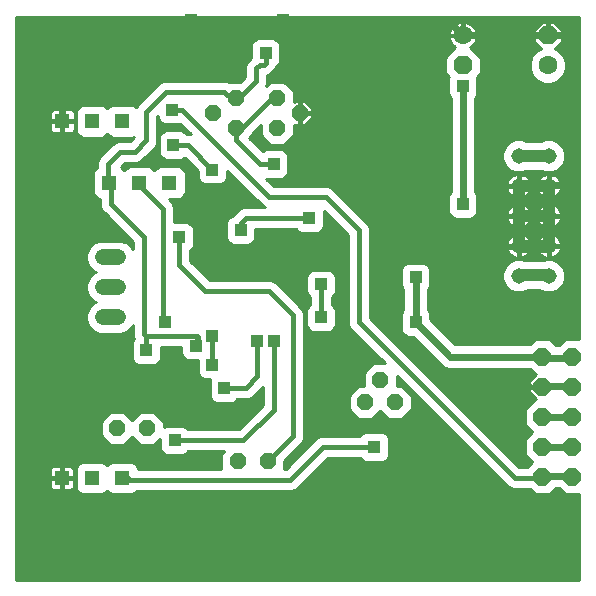
<source format=gbl>
G75*
%MOIN*%
%OFA0B0*%
%FSLAX24Y24*%
%IPPOS*%
%LPD*%
%AMOC8*
5,1,8,0,0,1.08239X$1,22.5*
%
%ADD10R,0.0515X0.0515*%
%ADD11OC8,0.0520*%
%ADD12C,0.0520*%
%ADD13C,0.0515*%
%ADD14OC8,0.0600*%
%ADD15OC8,0.0630*%
%ADD16C,0.0630*%
%ADD17C,0.0160*%
%ADD18R,0.0396X0.0396*%
%ADD19C,0.0400*%
%ADD20C,0.0240*%
%ADD21C,0.0100*%
%ADD22R,0.0436X0.0436*%
D10*
X002523Y004110D03*
X003523Y004110D03*
X004523Y004110D03*
X004098Y013952D03*
X005098Y013952D03*
X006098Y013952D03*
X004535Y016003D03*
X003535Y016003D03*
X002535Y016003D03*
D11*
X007569Y016271D03*
X008319Y016771D03*
X008319Y015771D03*
X009700Y015771D03*
X010450Y016271D03*
X009700Y016771D03*
X013130Y007379D03*
X013630Y006629D03*
X012630Y006629D03*
X009378Y004661D03*
X008378Y004661D03*
X005362Y005763D03*
X004362Y005763D03*
D12*
X004397Y009472D02*
X003877Y009472D01*
X003877Y010472D02*
X004397Y010472D01*
X004397Y011472D02*
X003877Y011472D01*
D13*
X017748Y011850D03*
X017748Y010850D03*
X018748Y010850D03*
X018748Y011850D03*
X018748Y012850D03*
X018748Y013850D03*
X018748Y014850D03*
X017748Y014850D03*
X017748Y013850D03*
X017748Y012850D03*
D14*
X018535Y008157D03*
X019535Y008157D03*
X019535Y007157D03*
X018535Y007157D03*
X018535Y006157D03*
X019535Y006157D03*
X019535Y005157D03*
X018535Y005157D03*
X018535Y004157D03*
X019535Y004157D03*
D15*
X015886Y017862D03*
X018720Y018862D03*
D16*
X018720Y017862D03*
X015886Y018862D03*
D17*
X011319Y013480D02*
X012421Y012377D01*
X012421Y009306D01*
X017618Y004110D01*
X018488Y004110D01*
X018535Y004157D01*
X018535Y007157D02*
X015279Y007157D01*
X013523Y008913D01*
X013523Y009306D01*
X011161Y009464D02*
X011161Y010566D01*
X010216Y009543D02*
X009429Y010330D01*
X007303Y010330D01*
X006437Y011196D01*
X006437Y012141D01*
X005886Y013086D02*
X005886Y009385D01*
X005964Y009306D01*
X005334Y008834D02*
X005334Y008362D01*
X005334Y008834D02*
X007027Y008834D01*
X007067Y008795D01*
X006988Y008519D01*
X007539Y008834D02*
X007539Y007889D01*
X007933Y007102D02*
X008641Y007102D01*
X009035Y007495D01*
X009035Y008676D01*
X009586Y008676D02*
X009586Y006393D01*
X008563Y005369D01*
X006279Y005369D01*
X004789Y004051D02*
X004731Y004110D01*
X004789Y004051D02*
X010131Y004051D01*
X011231Y005151D01*
X012931Y005151D01*
X010216Y005499D02*
X010216Y009543D01*
X008484Y012377D02*
X008484Y012613D01*
X008641Y012771D01*
X010767Y012771D01*
X011319Y013480D02*
X009429Y013480D01*
X006515Y016393D01*
X006200Y016393D01*
X006004Y016984D02*
X005334Y016314D01*
X005334Y015369D01*
X004941Y014976D01*
X004468Y014976D01*
X004074Y014582D01*
X004074Y013976D01*
X004098Y013952D01*
X004153Y013897D01*
X004153Y013243D01*
X005256Y012141D01*
X005256Y008913D01*
X005334Y008834D01*
X009378Y004661D02*
X010216Y005499D01*
X016023Y011629D02*
X016988Y011629D01*
X016988Y011747D01*
X017067Y011826D01*
X017724Y011826D01*
X017748Y011850D01*
X016023Y011629D02*
X015807Y011846D01*
X015807Y012141D01*
X015098Y012850D01*
X013208Y012850D01*
X009586Y014582D02*
X009114Y014582D01*
X008326Y015369D01*
X008326Y015763D01*
X008319Y015771D01*
X008531Y015771D01*
X009468Y016708D01*
X009637Y016708D01*
X009700Y016771D01*
X008996Y017338D02*
X008996Y017771D01*
X009114Y017889D01*
X009260Y017889D01*
X009319Y017948D01*
X009319Y018275D01*
X009311Y018283D01*
X008996Y017338D02*
X008429Y016771D01*
X008319Y016771D01*
X008145Y016771D01*
X007933Y016984D01*
X006004Y016984D01*
X006240Y015212D02*
X006712Y015212D01*
X007539Y014385D01*
X005886Y013086D02*
X005098Y013873D01*
X005098Y013952D01*
D18*
X006240Y015212D03*
X006200Y016393D03*
X007539Y014385D03*
X009586Y014582D03*
X010767Y012771D03*
X011161Y010566D03*
X011161Y009464D03*
X009586Y008676D03*
X009035Y008676D03*
X007539Y008834D03*
X006988Y008519D03*
X007539Y007889D03*
X007933Y007102D03*
X006279Y005369D03*
X005334Y008362D03*
X005964Y009306D03*
X006437Y012141D03*
X008484Y012377D03*
X013208Y012850D03*
X014311Y010802D03*
X014311Y009306D03*
X013523Y009306D03*
X015886Y013243D03*
X015886Y017180D03*
X009901Y019385D03*
X009311Y018283D03*
X006830Y019385D03*
D19*
X017748Y014850D02*
X018748Y014850D01*
X018748Y013850D02*
X017748Y013850D01*
X017748Y012850D01*
X017748Y011850D01*
X018720Y011850D01*
X018720Y011826D01*
X017775Y011826D01*
X017775Y010881D02*
X018641Y010881D01*
X018748Y011850D02*
X018748Y012850D01*
X018760Y012850D01*
X018748Y012850D02*
X017748Y012850D01*
X018748Y012850D02*
X018748Y013850D01*
D20*
X018771Y013873D01*
X019350Y013873D01*
X019665Y014188D01*
X019665Y018519D01*
X019323Y018862D01*
X015886Y018862D01*
X015362Y019385D01*
X009901Y019385D01*
X006830Y019385D01*
X002815Y019385D01*
X002535Y019106D01*
X002535Y016003D01*
X014311Y010802D02*
X014311Y009306D01*
X015460Y008157D01*
X018535Y008157D01*
X018563Y008125D02*
X019508Y008125D01*
X019508Y007180D02*
X018563Y007180D01*
X018563Y006157D02*
X019508Y006157D01*
X019508Y005133D02*
X018563Y005133D01*
X018641Y004188D02*
X019429Y004188D01*
X015886Y013243D02*
X015886Y017180D01*
X015886Y018862D02*
X018720Y018862D01*
D21*
X000981Y019486D02*
X000981Y000701D01*
X019766Y000701D01*
X019766Y003567D01*
X019291Y003567D01*
X019079Y003778D01*
X018991Y003778D01*
X018780Y003567D01*
X018291Y003567D01*
X018118Y003740D01*
X017544Y003740D01*
X017408Y003796D01*
X017304Y003900D01*
X013680Y007524D01*
X013680Y007179D01*
X013857Y007179D01*
X014180Y006857D01*
X014180Y006401D01*
X013857Y006079D01*
X013402Y006079D01*
X013130Y006351D01*
X012857Y006079D01*
X012402Y006079D01*
X012080Y006401D01*
X012080Y006857D01*
X012402Y007179D01*
X012580Y007179D01*
X012580Y007607D01*
X012902Y007929D01*
X013275Y007929D01*
X012107Y009097D01*
X012051Y009233D01*
X012051Y012224D01*
X011256Y013019D01*
X011256Y012515D01*
X011211Y012409D01*
X011130Y012327D01*
X011023Y012283D01*
X010512Y012283D01*
X010405Y012327D01*
X010331Y012401D01*
X008972Y012401D01*
X008972Y012121D01*
X008928Y012015D01*
X008846Y011933D01*
X008740Y011889D01*
X008228Y011889D01*
X008122Y011933D01*
X008040Y012015D01*
X007996Y012121D01*
X007996Y012633D01*
X008040Y012740D01*
X008122Y012821D01*
X008202Y012854D01*
X008328Y012981D01*
X008432Y013085D01*
X008568Y013141D01*
X009280Y013141D01*
X009219Y013166D01*
X009115Y013270D01*
X009115Y013270D01*
X008027Y014358D01*
X008027Y014129D01*
X007983Y014023D01*
X007901Y013941D01*
X007795Y013897D01*
X007283Y013897D01*
X007177Y013941D01*
X007095Y014023D01*
X007051Y014129D01*
X007051Y014350D01*
X006618Y014783D01*
X006602Y014768D01*
X006496Y014724D01*
X005984Y014724D01*
X005877Y014768D01*
X005796Y014850D01*
X005752Y014956D01*
X005752Y015468D01*
X005796Y015574D01*
X005877Y015656D01*
X005984Y015700D01*
X006496Y015700D01*
X006602Y015656D01*
X006676Y015582D01*
X006786Y015582D01*
X006816Y015570D01*
X006473Y015912D01*
X006456Y015905D01*
X005945Y015905D01*
X005838Y015949D01*
X005757Y016031D01*
X005712Y016137D01*
X005712Y016169D01*
X005704Y016161D01*
X005704Y015296D01*
X005648Y015160D01*
X005254Y014766D01*
X005150Y014662D01*
X005014Y014606D01*
X004621Y014606D01*
X004485Y014470D01*
X004520Y014455D01*
X004598Y014377D01*
X004676Y014455D01*
X004783Y014500D01*
X005413Y014500D01*
X005520Y014455D01*
X005598Y014377D01*
X005676Y014455D01*
X005783Y014500D01*
X006413Y014500D01*
X006520Y014455D01*
X006601Y014374D01*
X006646Y014267D01*
X006646Y013637D01*
X006601Y013530D01*
X006520Y013449D01*
X006413Y013405D01*
X006090Y013405D01*
X006095Y013400D01*
X006199Y013296D01*
X006256Y013160D01*
X006256Y012629D01*
X006692Y012629D01*
X006799Y012585D01*
X006881Y012503D01*
X006925Y012397D01*
X006925Y011885D01*
X006881Y011779D01*
X006807Y011705D01*
X006807Y011349D01*
X007456Y010700D01*
X009502Y010700D01*
X009638Y010644D01*
X009742Y010540D01*
X010530Y009752D01*
X010586Y009616D01*
X010586Y005426D01*
X010530Y005290D01*
X010426Y005186D01*
X009928Y004687D01*
X009928Y004433D01*
X009916Y004421D01*
X009978Y004421D01*
X011022Y005465D01*
X011158Y005521D01*
X012463Y005521D01*
X012468Y005533D01*
X012549Y005615D01*
X012656Y005659D01*
X013207Y005659D01*
X013313Y005615D01*
X013395Y005533D01*
X013439Y005427D01*
X013439Y004876D01*
X013395Y004769D01*
X013313Y004688D01*
X013207Y004643D01*
X012656Y004643D01*
X012549Y004688D01*
X012468Y004769D01*
X012463Y004781D01*
X011384Y004781D01*
X010445Y003842D01*
X010341Y003738D01*
X010205Y003681D01*
X005020Y003681D01*
X004945Y003606D01*
X004838Y003562D01*
X004208Y003562D01*
X004102Y003606D01*
X004023Y003684D01*
X003945Y003606D01*
X003838Y003562D01*
X003208Y003562D01*
X003102Y003606D01*
X003020Y003688D01*
X002976Y003794D01*
X002976Y004425D01*
X003020Y004531D01*
X003102Y004613D01*
X003208Y004657D01*
X003838Y004657D01*
X003945Y004613D01*
X004023Y004535D01*
X004102Y004613D01*
X004208Y004657D01*
X004838Y004657D01*
X004945Y004613D01*
X005027Y004531D01*
X005071Y004425D01*
X005071Y004421D01*
X007839Y004421D01*
X007828Y004433D01*
X007828Y004889D01*
X007938Y004999D01*
X006716Y004999D01*
X006642Y004925D01*
X006535Y004881D01*
X006023Y004881D01*
X005917Y004925D01*
X005835Y005007D01*
X005791Y005114D01*
X005791Y005414D01*
X005590Y005213D01*
X005134Y005213D01*
X004862Y005485D01*
X004590Y005213D01*
X004134Y005213D01*
X003812Y005535D01*
X003812Y005991D01*
X004134Y006313D01*
X004590Y006313D01*
X004862Y006041D01*
X005134Y006313D01*
X005590Y006313D01*
X005912Y005991D01*
X005912Y005808D01*
X005917Y005813D01*
X006023Y005857D01*
X006535Y005857D01*
X006642Y005813D01*
X006716Y005739D01*
X008409Y005739D01*
X009216Y006546D01*
X009216Y007153D01*
X008955Y006892D01*
X008851Y006788D01*
X008715Y006732D01*
X008369Y006732D01*
X008295Y006658D01*
X008189Y006614D01*
X007677Y006614D01*
X007570Y006658D01*
X007489Y006739D01*
X007445Y006846D01*
X007445Y007357D01*
X007463Y007401D01*
X007283Y007401D01*
X007177Y007445D01*
X007095Y007527D01*
X007051Y007633D01*
X007051Y008031D01*
X006732Y008031D01*
X006625Y008075D01*
X006544Y008157D01*
X006500Y008263D01*
X006500Y008464D01*
X005822Y008464D01*
X005822Y008106D01*
X005778Y007999D01*
X005697Y007918D01*
X005590Y007873D01*
X005079Y007873D01*
X004972Y007918D01*
X004890Y007999D01*
X004846Y008106D01*
X004846Y008617D01*
X004890Y008724D01*
X004921Y008754D01*
X004886Y008839D01*
X004886Y009213D01*
X004864Y009160D01*
X004709Y009005D01*
X004507Y008922D01*
X003768Y008922D01*
X003566Y009005D01*
X003411Y009160D01*
X003327Y009362D01*
X003327Y009581D01*
X003411Y009783D01*
X003566Y009938D01*
X003647Y009972D01*
X003566Y010005D01*
X003411Y010160D01*
X003327Y010362D01*
X003327Y010581D01*
X003411Y010783D01*
X003566Y010938D01*
X003647Y010972D01*
X003566Y011005D01*
X003411Y011160D01*
X003327Y011362D01*
X003327Y011581D01*
X003411Y011783D01*
X003566Y011938D01*
X003768Y012022D01*
X004507Y012022D01*
X004709Y011938D01*
X004864Y011783D01*
X004886Y011731D01*
X004886Y011988D01*
X003944Y012930D01*
X003840Y013034D01*
X003783Y013170D01*
X003783Y013405D01*
X003783Y013405D01*
X003676Y013449D01*
X003595Y013530D01*
X003551Y013637D01*
X003551Y014267D01*
X003595Y014374D01*
X003676Y014455D01*
X003704Y014467D01*
X003704Y014656D01*
X003761Y014792D01*
X003865Y014896D01*
X004259Y015289D01*
X004395Y015346D01*
X004787Y015346D01*
X004931Y015489D01*
X004850Y015456D01*
X004220Y015456D01*
X004113Y015500D01*
X004035Y015578D01*
X003957Y015500D01*
X003850Y015456D01*
X003220Y015456D01*
X003113Y015500D01*
X003032Y015581D01*
X002988Y015688D01*
X002988Y016318D01*
X003032Y016425D01*
X003113Y016507D01*
X003220Y016551D01*
X003850Y016551D01*
X003957Y016507D01*
X004035Y016428D01*
X004113Y016507D01*
X004220Y016551D01*
X004850Y016551D01*
X004957Y016507D01*
X004997Y016467D01*
X005021Y016524D01*
X005125Y016628D01*
X005125Y016628D01*
X005794Y017297D01*
X005930Y017354D01*
X008006Y017354D01*
X008089Y017319D01*
X008091Y017321D01*
X008456Y017321D01*
X008626Y017491D01*
X008626Y017845D01*
X008682Y017981D01*
X008823Y018121D01*
X008823Y018539D01*
X008867Y018645D01*
X008948Y018727D01*
X009055Y018771D01*
X009567Y018771D01*
X009673Y018727D01*
X009755Y018645D01*
X009799Y018539D01*
X009799Y018027D01*
X009755Y017920D01*
X009674Y017840D01*
X009632Y017739D01*
X009528Y017634D01*
X009528Y017634D01*
X009469Y017575D01*
X009366Y017533D01*
X009366Y017264D01*
X009330Y017179D01*
X009473Y017321D01*
X009928Y017321D01*
X010250Y016999D01*
X010250Y016651D01*
X010281Y016681D01*
X010420Y016681D01*
X010420Y016301D01*
X010480Y016301D01*
X010480Y016681D01*
X010620Y016681D01*
X010860Y016441D01*
X010860Y016301D01*
X010480Y016301D01*
X010480Y016241D01*
X010480Y015861D01*
X010620Y015861D01*
X010860Y016101D01*
X010860Y016241D01*
X010480Y016241D01*
X010420Y016241D01*
X010420Y015861D01*
X010281Y015861D01*
X010250Y015891D01*
X010250Y015543D01*
X009928Y015221D01*
X009473Y015221D01*
X009150Y015543D01*
X009150Y015867D01*
X008869Y015585D01*
X008869Y015543D01*
X008772Y015447D01*
X009209Y015011D01*
X009224Y015026D01*
X009331Y015070D01*
X009842Y015070D01*
X009949Y015026D01*
X010030Y014944D01*
X010074Y014838D01*
X010074Y014326D01*
X010030Y014220D01*
X009949Y014138D01*
X009842Y014094D01*
X009338Y014094D01*
X009582Y013850D01*
X011392Y013850D01*
X011528Y013793D01*
X012631Y012691D01*
X012735Y012587D01*
X012791Y012451D01*
X012791Y009460D01*
X017771Y004480D01*
X018023Y004480D01*
X018201Y004657D01*
X017945Y004912D01*
X017945Y005401D01*
X018201Y005657D01*
X017945Y005912D01*
X017945Y006401D01*
X018291Y006747D01*
X018309Y006747D01*
X018085Y006970D01*
X018085Y007107D01*
X018153Y007107D01*
X018153Y007207D01*
X018085Y007207D01*
X018085Y007343D01*
X018309Y007567D01*
X018291Y007567D01*
X018111Y007747D01*
X015379Y007747D01*
X015228Y007809D01*
X014219Y008818D01*
X014055Y008818D01*
X013948Y008862D01*
X013867Y008944D01*
X013823Y009051D01*
X013823Y009562D01*
X013867Y009669D01*
X013901Y009703D01*
X013901Y010406D01*
X013867Y010440D01*
X013823Y010547D01*
X013823Y011058D01*
X013867Y011165D01*
X013948Y011246D01*
X014055Y011291D01*
X014567Y011291D01*
X014673Y011246D01*
X014755Y011165D01*
X014799Y011058D01*
X014799Y010547D01*
X014755Y010440D01*
X014721Y010406D01*
X014721Y009703D01*
X014755Y009669D01*
X014799Y009562D01*
X014799Y009398D01*
X015630Y008567D01*
X018111Y008567D01*
X018291Y008747D01*
X018780Y008747D01*
X018991Y008535D01*
X019079Y008535D01*
X019291Y008747D01*
X019766Y008747D01*
X019766Y019486D01*
X000981Y019486D01*
X000981Y019459D02*
X019766Y019459D01*
X019766Y019360D02*
X000981Y019360D01*
X000981Y019262D02*
X015647Y019262D01*
X015642Y019259D02*
X015583Y019216D01*
X015531Y019164D01*
X015488Y019105D01*
X015455Y019040D01*
X015432Y018970D01*
X015421Y018898D01*
X015421Y018892D01*
X015856Y018892D01*
X015856Y019327D01*
X015849Y019327D01*
X015777Y019315D01*
X015707Y019292D01*
X015642Y019259D01*
X015530Y019163D02*
X000981Y019163D01*
X000981Y019065D02*
X015467Y019065D01*
X015431Y018966D02*
X000981Y018966D01*
X000981Y018868D02*
X015856Y018868D01*
X015856Y018892D02*
X015856Y018832D01*
X015421Y018832D01*
X015421Y018825D01*
X015432Y018753D01*
X015455Y018683D01*
X015488Y018618D01*
X015531Y018559D01*
X015583Y018507D01*
X015638Y018467D01*
X015635Y018467D01*
X015281Y018112D01*
X015281Y017611D01*
X015414Y017477D01*
X015397Y017436D01*
X015397Y016925D01*
X015442Y016818D01*
X015476Y016784D01*
X015476Y013640D01*
X015442Y013606D01*
X015397Y013499D01*
X015397Y012988D01*
X015442Y012881D01*
X015523Y012799D01*
X015630Y012755D01*
X016141Y012755D01*
X016248Y012799D01*
X016329Y012881D01*
X016374Y012988D01*
X016374Y013499D01*
X016329Y013606D01*
X016296Y013640D01*
X016296Y016784D01*
X016329Y016818D01*
X016374Y016925D01*
X016374Y017436D01*
X016357Y017477D01*
X016491Y017611D01*
X016491Y018112D01*
X016136Y018467D01*
X016133Y018467D01*
X016188Y018507D01*
X016240Y018559D01*
X016283Y018618D01*
X016316Y018683D01*
X016339Y018753D01*
X016351Y018825D01*
X016351Y018832D01*
X015916Y018832D01*
X015916Y018892D01*
X016351Y018892D01*
X016351Y018898D01*
X016339Y018970D01*
X016316Y019040D01*
X016283Y019105D01*
X016240Y019164D01*
X016188Y019216D01*
X016129Y019259D01*
X016064Y019292D01*
X015994Y019315D01*
X015922Y019327D01*
X015916Y019327D01*
X015916Y018892D01*
X015856Y018892D01*
X015916Y018868D02*
X018690Y018868D01*
X018690Y018892D02*
X018690Y018832D01*
X018255Y018832D01*
X018255Y018669D01*
X018499Y018425D01*
X018377Y018374D01*
X018207Y018204D01*
X018115Y017982D01*
X018115Y017741D01*
X018207Y017519D01*
X018377Y017349D01*
X018600Y017257D01*
X018840Y017257D01*
X019063Y017349D01*
X019233Y017519D01*
X019325Y017741D01*
X019325Y017982D01*
X019233Y018204D01*
X019063Y018374D01*
X018941Y018425D01*
X019185Y018669D01*
X019185Y018832D01*
X018750Y018832D01*
X018750Y018892D01*
X018690Y018892D01*
X018690Y019327D01*
X018528Y019327D01*
X018255Y019054D01*
X018255Y018892D01*
X018690Y018892D01*
X018750Y018892D02*
X018750Y019327D01*
X018913Y019327D01*
X019185Y019054D01*
X019185Y018892D01*
X018750Y018892D01*
X018750Y018868D02*
X019766Y018868D01*
X019766Y018966D02*
X019185Y018966D01*
X019174Y019065D02*
X019766Y019065D01*
X019766Y019163D02*
X019076Y019163D01*
X018977Y019262D02*
X019766Y019262D01*
X019766Y018769D02*
X019185Y018769D01*
X019185Y018671D02*
X019766Y018671D01*
X019766Y018572D02*
X019089Y018572D01*
X018990Y018474D02*
X019766Y018474D01*
X019766Y018375D02*
X019061Y018375D01*
X019160Y018277D02*
X019766Y018277D01*
X019766Y018178D02*
X019244Y018178D01*
X019285Y018080D02*
X019766Y018080D01*
X019766Y017981D02*
X019325Y017981D01*
X019325Y017883D02*
X019766Y017883D01*
X019766Y017784D02*
X019325Y017784D01*
X019302Y017686D02*
X019766Y017686D01*
X019766Y017587D02*
X019261Y017587D01*
X019203Y017489D02*
X019766Y017489D01*
X019766Y017390D02*
X019105Y017390D01*
X018926Y017292D02*
X019766Y017292D01*
X019766Y017193D02*
X016374Y017193D01*
X016374Y017095D02*
X019766Y017095D01*
X019766Y016996D02*
X016374Y016996D01*
X016363Y016898D02*
X019766Y016898D01*
X019766Y016799D02*
X016311Y016799D01*
X016296Y016701D02*
X019766Y016701D01*
X019766Y016602D02*
X016296Y016602D01*
X016296Y016504D02*
X019766Y016504D01*
X019766Y016405D02*
X016296Y016405D01*
X016296Y016307D02*
X019766Y016307D01*
X019766Y016208D02*
X016296Y016208D01*
X016296Y016110D02*
X019766Y016110D01*
X019766Y016011D02*
X016296Y016011D01*
X016296Y015913D02*
X019766Y015913D01*
X019766Y015814D02*
X016296Y015814D01*
X016296Y015716D02*
X019766Y015716D01*
X019766Y015617D02*
X016296Y015617D01*
X016296Y015519D02*
X019766Y015519D01*
X019766Y015420D02*
X016296Y015420D01*
X016296Y015322D02*
X017457Y015322D01*
X017438Y015314D02*
X017284Y015160D01*
X017200Y014959D01*
X017200Y014741D01*
X017284Y014540D01*
X017438Y014386D01*
X017639Y014302D01*
X017857Y014302D01*
X017995Y014360D01*
X018500Y014360D01*
X018639Y014302D01*
X018857Y014302D01*
X019058Y014386D01*
X019212Y014540D01*
X019295Y014741D01*
X019295Y014959D01*
X019212Y015160D01*
X019058Y015314D01*
X018857Y015397D01*
X018639Y015397D01*
X018500Y015340D01*
X017995Y015340D01*
X017857Y015397D01*
X017639Y015397D01*
X017438Y015314D01*
X017347Y015223D02*
X016296Y015223D01*
X016296Y015125D02*
X017269Y015125D01*
X017228Y015026D02*
X016296Y015026D01*
X016296Y014928D02*
X017200Y014928D01*
X017200Y014829D02*
X016296Y014829D01*
X016296Y014731D02*
X017204Y014731D01*
X017245Y014632D02*
X016296Y014632D01*
X016296Y014534D02*
X017289Y014534D01*
X017388Y014435D02*
X016296Y014435D01*
X016296Y014337D02*
X017555Y014337D01*
X017591Y014227D02*
X017534Y014198D01*
X017482Y014161D01*
X017437Y014115D01*
X017399Y014063D01*
X017370Y014006D01*
X017350Y013945D01*
X017340Y013882D01*
X017340Y013878D01*
X017719Y013878D01*
X017719Y013821D01*
X017340Y013821D01*
X017340Y013818D01*
X017350Y013754D01*
X017370Y013693D01*
X017399Y013636D01*
X017437Y013584D01*
X017482Y013539D01*
X017534Y013501D01*
X017591Y013472D01*
X017652Y013452D01*
X017716Y013442D01*
X017719Y013442D01*
X017719Y013821D01*
X017776Y013821D01*
X017776Y013442D01*
X017780Y013442D01*
X017843Y013452D01*
X017904Y013472D01*
X017961Y013501D01*
X018013Y013539D01*
X018059Y013584D01*
X018096Y013636D01*
X018125Y013693D01*
X018145Y013754D01*
X018155Y013818D01*
X018155Y013821D01*
X017776Y013821D01*
X017776Y013878D01*
X018155Y013878D01*
X018155Y013882D01*
X018145Y013945D01*
X018125Y014006D01*
X018096Y014063D01*
X018059Y014115D01*
X018013Y014161D01*
X017961Y014198D01*
X017904Y014227D01*
X017843Y014247D01*
X017780Y014257D01*
X017776Y014257D01*
X017776Y013878D01*
X017719Y013878D01*
X017719Y014257D01*
X017716Y014257D01*
X017652Y014247D01*
X017591Y014227D01*
X017625Y014238D02*
X016296Y014238D01*
X016296Y014140D02*
X017462Y014140D01*
X017388Y014041D02*
X016296Y014041D01*
X016296Y013943D02*
X017350Y013943D01*
X017353Y013746D02*
X016296Y013746D01*
X016296Y013844D02*
X017719Y013844D01*
X017776Y013844D02*
X018719Y013844D01*
X018719Y013821D02*
X018340Y013821D01*
X018340Y013818D01*
X018350Y013754D01*
X018370Y013693D01*
X018399Y013636D01*
X018437Y013584D01*
X018482Y013539D01*
X018534Y013501D01*
X018591Y013472D01*
X018652Y013452D01*
X018716Y013442D01*
X018719Y013442D01*
X018719Y013821D01*
X018719Y013878D01*
X018340Y013878D01*
X018340Y013882D01*
X018350Y013945D01*
X018370Y014006D01*
X018399Y014063D01*
X018437Y014115D01*
X018482Y014161D01*
X018534Y014198D01*
X018591Y014227D01*
X018652Y014247D01*
X018716Y014257D01*
X018719Y014257D01*
X018719Y013878D01*
X018776Y013878D01*
X019155Y013878D01*
X019155Y013882D01*
X019145Y013945D01*
X019125Y014006D01*
X019096Y014063D01*
X019059Y014115D01*
X019013Y014161D01*
X018961Y014198D01*
X018904Y014227D01*
X018843Y014247D01*
X018780Y014257D01*
X018776Y014257D01*
X018776Y013878D01*
X018776Y013821D01*
X018776Y013442D01*
X018780Y013442D01*
X018843Y013452D01*
X018904Y013472D01*
X018961Y013501D01*
X019013Y013539D01*
X019059Y013584D01*
X019096Y013636D01*
X019125Y013693D01*
X019145Y013754D01*
X019155Y013818D01*
X019155Y013821D01*
X018776Y013821D01*
X018719Y013821D01*
X018776Y013844D02*
X019766Y013844D01*
X019766Y013746D02*
X019142Y013746D01*
X019102Y013647D02*
X019766Y013647D01*
X019766Y013549D02*
X019023Y013549D01*
X018831Y013450D02*
X019766Y013450D01*
X019766Y013352D02*
X016374Y013352D01*
X016374Y013450D02*
X017665Y013450D01*
X017719Y013450D02*
X017776Y013450D01*
X017831Y013450D02*
X018665Y013450D01*
X018719Y013450D02*
X018776Y013450D01*
X018776Y013549D02*
X018719Y013549D01*
X018719Y013647D02*
X018776Y013647D01*
X018776Y013746D02*
X018719Y013746D01*
X018719Y013943D02*
X018776Y013943D01*
X018776Y014041D02*
X018719Y014041D01*
X018719Y014140D02*
X018776Y014140D01*
X018776Y014238D02*
X018719Y014238D01*
X018625Y014238D02*
X017870Y014238D01*
X017776Y014238D02*
X017719Y014238D01*
X017719Y014140D02*
X017776Y014140D01*
X017776Y014041D02*
X017719Y014041D01*
X017719Y013943D02*
X017776Y013943D01*
X017776Y013746D02*
X017719Y013746D01*
X017719Y013647D02*
X017776Y013647D01*
X017776Y013549D02*
X017719Y013549D01*
X017472Y013549D02*
X016353Y013549D01*
X016296Y013647D02*
X017394Y013647D01*
X017652Y013247D02*
X017716Y013257D01*
X017719Y013257D01*
X017719Y012878D01*
X017719Y012821D01*
X017340Y012821D01*
X017340Y012818D01*
X017350Y012754D01*
X017370Y012693D01*
X017399Y012636D01*
X017437Y012584D01*
X017482Y012539D01*
X017534Y012501D01*
X017591Y012472D01*
X017652Y012452D01*
X017716Y012442D01*
X017719Y012442D01*
X017719Y012821D01*
X017776Y012821D01*
X017776Y012442D01*
X017780Y012442D01*
X017843Y012452D01*
X017904Y012472D01*
X017961Y012501D01*
X018013Y012539D01*
X018059Y012584D01*
X018096Y012636D01*
X018125Y012693D01*
X018145Y012754D01*
X018155Y012818D01*
X018155Y012821D01*
X017776Y012821D01*
X017776Y012878D01*
X018155Y012878D01*
X018155Y012882D01*
X018145Y012945D01*
X018125Y013006D01*
X018096Y013063D01*
X018059Y013115D01*
X018013Y013161D01*
X017961Y013198D01*
X017904Y013227D01*
X017843Y013247D01*
X017780Y013257D01*
X017776Y013257D01*
X017776Y012878D01*
X017719Y012878D01*
X017340Y012878D01*
X017340Y012882D01*
X017350Y012945D01*
X017370Y013006D01*
X017399Y013063D01*
X017437Y013115D01*
X017482Y013161D01*
X017534Y013198D01*
X017591Y013227D01*
X017652Y013247D01*
X017691Y013253D02*
X016374Y013253D01*
X016374Y013155D02*
X017477Y013155D01*
X017396Y013056D02*
X016374Y013056D01*
X016361Y012958D02*
X017354Y012958D01*
X017349Y012761D02*
X016155Y012761D01*
X016308Y012859D02*
X017719Y012859D01*
X017776Y012859D02*
X018719Y012859D01*
X018719Y012878D02*
X018719Y012821D01*
X018340Y012821D01*
X018340Y012818D01*
X018350Y012754D01*
X018370Y012693D01*
X018399Y012636D01*
X018437Y012584D01*
X018482Y012539D01*
X018534Y012501D01*
X018591Y012472D01*
X018652Y012452D01*
X018716Y012442D01*
X018719Y012442D01*
X018719Y012821D01*
X018776Y012821D01*
X018776Y012442D01*
X018780Y012442D01*
X018843Y012452D01*
X018904Y012472D01*
X018961Y012501D01*
X019013Y012539D01*
X019059Y012584D01*
X019096Y012636D01*
X019125Y012693D01*
X019145Y012754D01*
X019155Y012818D01*
X019155Y012821D01*
X018776Y012821D01*
X018776Y012878D01*
X019155Y012878D01*
X019155Y012882D01*
X019145Y012945D01*
X019125Y013006D01*
X019096Y013063D01*
X019059Y013115D01*
X019013Y013161D01*
X018961Y013198D01*
X018904Y013227D01*
X018843Y013247D01*
X018780Y013257D01*
X018776Y013257D01*
X018776Y012878D01*
X018719Y012878D01*
X018340Y012878D01*
X018340Y012882D01*
X018350Y012945D01*
X018370Y013006D01*
X018399Y013063D01*
X018437Y013115D01*
X018482Y013161D01*
X018534Y013198D01*
X018591Y013227D01*
X018652Y013247D01*
X018716Y013257D01*
X018719Y013257D01*
X018719Y012878D01*
X018776Y012859D02*
X019766Y012859D01*
X019766Y012761D02*
X019146Y012761D01*
X019110Y012662D02*
X019766Y012662D01*
X019766Y012564D02*
X019038Y012564D01*
X018883Y012465D02*
X019766Y012465D01*
X019766Y012367D02*
X012791Y012367D01*
X012785Y012465D02*
X017612Y012465D01*
X017719Y012465D02*
X017776Y012465D01*
X017776Y012564D02*
X017719Y012564D01*
X017719Y012662D02*
X017776Y012662D01*
X017776Y012761D02*
X017719Y012761D01*
X017719Y012958D02*
X017776Y012958D01*
X017776Y013056D02*
X017719Y013056D01*
X017719Y013155D02*
X017776Y013155D01*
X017776Y013253D02*
X017719Y013253D01*
X017804Y013253D02*
X018691Y013253D01*
X018719Y013253D02*
X018776Y013253D01*
X018804Y013253D02*
X019766Y013253D01*
X019766Y013155D02*
X019019Y013155D01*
X019100Y013056D02*
X019766Y013056D01*
X019766Y012958D02*
X019141Y012958D01*
X018776Y012958D02*
X018719Y012958D01*
X018719Y013056D02*
X018776Y013056D01*
X018776Y013155D02*
X018719Y013155D01*
X018477Y013155D02*
X018019Y013155D01*
X018100Y013056D02*
X018396Y013056D01*
X018354Y012958D02*
X018141Y012958D01*
X018146Y012761D02*
X018349Y012761D01*
X018386Y012662D02*
X018110Y012662D01*
X018038Y012564D02*
X018457Y012564D01*
X018612Y012465D02*
X017883Y012465D01*
X017843Y012247D02*
X017780Y012257D01*
X017776Y012257D01*
X017776Y011878D01*
X018155Y011878D01*
X018155Y011882D01*
X018145Y011945D01*
X018125Y012006D01*
X018096Y012063D01*
X018059Y012115D01*
X018013Y012161D01*
X017961Y012198D01*
X017904Y012227D01*
X017843Y012247D01*
X017776Y012170D02*
X017719Y012170D01*
X017719Y012257D02*
X017719Y011878D01*
X017719Y011821D01*
X017340Y011821D01*
X017340Y011818D01*
X017350Y011754D01*
X017370Y011693D01*
X017399Y011636D01*
X017437Y011584D01*
X017482Y011539D01*
X017534Y011501D01*
X017591Y011472D01*
X017652Y011452D01*
X017716Y011442D01*
X017719Y011442D01*
X017719Y011821D01*
X017776Y011821D01*
X017776Y011442D01*
X017780Y011442D01*
X017843Y011452D01*
X017904Y011472D01*
X017961Y011501D01*
X018013Y011539D01*
X018059Y011584D01*
X018096Y011636D01*
X018125Y011693D01*
X018145Y011754D01*
X018155Y011818D01*
X018155Y011821D01*
X017776Y011821D01*
X017776Y011878D01*
X017719Y011878D01*
X017340Y011878D01*
X017340Y011882D01*
X017350Y011945D01*
X017370Y012006D01*
X017399Y012063D01*
X017437Y012115D01*
X017482Y012161D01*
X017534Y012198D01*
X017591Y012227D01*
X017652Y012247D01*
X017716Y012257D01*
X017719Y012257D01*
X017719Y012071D02*
X017776Y012071D01*
X017776Y011973D02*
X017719Y011973D01*
X017719Y011874D02*
X012791Y011874D01*
X012791Y011776D02*
X017347Y011776D01*
X017378Y011677D02*
X012791Y011677D01*
X012791Y011579D02*
X017442Y011579D01*
X017575Y011480D02*
X012791Y011480D01*
X012791Y011382D02*
X017602Y011382D01*
X017639Y011397D02*
X017438Y011314D01*
X017284Y011160D01*
X017200Y010959D01*
X017200Y010741D01*
X017284Y010540D01*
X017438Y010386D01*
X017639Y010302D01*
X017857Y010302D01*
X018058Y010386D01*
X018063Y010391D01*
X018432Y010391D01*
X018438Y010386D01*
X018639Y010302D01*
X018857Y010302D01*
X019058Y010386D01*
X019212Y010540D01*
X019295Y010741D01*
X019295Y010959D01*
X019212Y011160D01*
X019058Y011314D01*
X018857Y011397D01*
X018639Y011397D01*
X018576Y011371D01*
X017919Y011371D01*
X017857Y011397D01*
X017639Y011397D01*
X017719Y011480D02*
X017776Y011480D01*
X017776Y011579D02*
X017719Y011579D01*
X017719Y011677D02*
X017776Y011677D01*
X017776Y011776D02*
X017719Y011776D01*
X017776Y011874D02*
X018719Y011874D01*
X018719Y011878D02*
X018719Y011821D01*
X018340Y011821D01*
X018340Y011818D01*
X018350Y011754D01*
X018370Y011693D01*
X018399Y011636D01*
X018437Y011584D01*
X018482Y011539D01*
X018534Y011501D01*
X018591Y011472D01*
X018652Y011452D01*
X018716Y011442D01*
X018719Y011442D01*
X018719Y011821D01*
X018776Y011821D01*
X018776Y011442D01*
X018780Y011442D01*
X018843Y011452D01*
X018904Y011472D01*
X018961Y011501D01*
X019013Y011539D01*
X019059Y011584D01*
X019096Y011636D01*
X019125Y011693D01*
X019145Y011754D01*
X019155Y011818D01*
X019155Y011821D01*
X018776Y011821D01*
X018776Y011878D01*
X019155Y011878D01*
X019155Y011882D01*
X019145Y011945D01*
X019125Y012006D01*
X019096Y012063D01*
X019059Y012115D01*
X019013Y012161D01*
X018961Y012198D01*
X018904Y012227D01*
X018843Y012247D01*
X018780Y012257D01*
X018776Y012257D01*
X018776Y011878D01*
X018719Y011878D01*
X018340Y011878D01*
X018340Y011882D01*
X018350Y011945D01*
X018370Y012006D01*
X018399Y012063D01*
X018437Y012115D01*
X018482Y012161D01*
X018534Y012198D01*
X018591Y012227D01*
X018652Y012247D01*
X018716Y012257D01*
X018719Y012257D01*
X018719Y011878D01*
X018776Y011874D02*
X019766Y011874D01*
X019766Y011776D02*
X019149Y011776D01*
X019117Y011677D02*
X019766Y011677D01*
X019766Y011579D02*
X019053Y011579D01*
X018920Y011480D02*
X019766Y011480D01*
X019766Y011382D02*
X018894Y011382D01*
X018776Y011480D02*
X018719Y011480D01*
X018719Y011579D02*
X018776Y011579D01*
X018776Y011677D02*
X018719Y011677D01*
X018719Y011776D02*
X018776Y011776D01*
X018776Y011973D02*
X018719Y011973D01*
X018719Y012071D02*
X018776Y012071D01*
X018776Y012170D02*
X018719Y012170D01*
X018495Y012170D02*
X018000Y012170D01*
X018090Y012071D02*
X018405Y012071D01*
X018359Y011973D02*
X018136Y011973D01*
X018149Y011776D02*
X018347Y011776D01*
X018378Y011677D02*
X018117Y011677D01*
X018053Y011579D02*
X018442Y011579D01*
X018575Y011480D02*
X017920Y011480D01*
X017894Y011382D02*
X018602Y011382D01*
X019088Y011283D02*
X019766Y011283D01*
X019766Y011185D02*
X019187Y011185D01*
X019242Y011086D02*
X019766Y011086D01*
X019766Y010988D02*
X019283Y010988D01*
X019295Y010889D02*
X019766Y010889D01*
X019766Y010791D02*
X019295Y010791D01*
X019275Y010692D02*
X019766Y010692D01*
X019766Y010594D02*
X019234Y010594D01*
X019168Y010495D02*
X019766Y010495D01*
X019766Y010397D02*
X019069Y010397D01*
X019766Y010298D02*
X014721Y010298D01*
X014721Y010200D02*
X019766Y010200D01*
X019766Y010101D02*
X014721Y010101D01*
X014721Y010003D02*
X019766Y010003D01*
X019766Y009904D02*
X014721Y009904D01*
X014721Y009806D02*
X019766Y009806D01*
X019766Y009707D02*
X014721Y009707D01*
X014780Y009609D02*
X019766Y009609D01*
X019766Y009510D02*
X014799Y009510D01*
X014799Y009412D02*
X019766Y009412D01*
X019766Y009313D02*
X014884Y009313D01*
X014982Y009215D02*
X019766Y009215D01*
X019766Y009116D02*
X015081Y009116D01*
X015179Y009018D02*
X019766Y009018D01*
X019766Y008919D02*
X015278Y008919D01*
X015376Y008821D02*
X019766Y008821D01*
X019266Y008722D02*
X018804Y008722D01*
X018902Y008624D02*
X019168Y008624D01*
X018266Y008722D02*
X015475Y008722D01*
X015573Y008624D02*
X018168Y008624D01*
X018120Y007737D02*
X014513Y007737D01*
X014415Y007836D02*
X015201Y007836D01*
X015103Y007934D02*
X014316Y007934D01*
X014218Y008033D02*
X015004Y008033D01*
X014906Y008131D02*
X014119Y008131D01*
X014021Y008230D02*
X014807Y008230D01*
X014709Y008328D02*
X013922Y008328D01*
X013824Y008427D02*
X014610Y008427D01*
X014512Y008525D02*
X013725Y008525D01*
X013627Y008624D02*
X014413Y008624D01*
X014315Y008722D02*
X013528Y008722D01*
X013430Y008821D02*
X014049Y008821D01*
X013891Y008919D02*
X013331Y008919D01*
X013233Y009018D02*
X013836Y009018D01*
X013823Y009116D02*
X013134Y009116D01*
X013036Y009215D02*
X013823Y009215D01*
X013823Y009313D02*
X012937Y009313D01*
X012839Y009412D02*
X013823Y009412D01*
X013823Y009510D02*
X012791Y009510D01*
X012791Y009609D02*
X013842Y009609D01*
X013901Y009707D02*
X012791Y009707D01*
X012791Y009806D02*
X013901Y009806D01*
X013901Y009904D02*
X012791Y009904D01*
X012791Y010003D02*
X013901Y010003D01*
X013901Y010101D02*
X012791Y010101D01*
X012791Y010200D02*
X013901Y010200D01*
X013901Y010298D02*
X012791Y010298D01*
X012791Y010397D02*
X013901Y010397D01*
X013844Y010495D02*
X012791Y010495D01*
X012791Y010594D02*
X013823Y010594D01*
X013823Y010692D02*
X012791Y010692D01*
X012791Y010791D02*
X013823Y010791D01*
X013823Y010889D02*
X012791Y010889D01*
X012791Y010988D02*
X013823Y010988D01*
X013834Y011086D02*
X012791Y011086D01*
X012791Y011185D02*
X013887Y011185D01*
X014037Y011283D02*
X012791Y011283D01*
X012791Y011973D02*
X017359Y011973D01*
X017405Y012071D02*
X012791Y012071D01*
X012791Y012170D02*
X017495Y012170D01*
X017457Y012564D02*
X012744Y012564D01*
X012659Y012662D02*
X017386Y012662D01*
X018023Y013549D02*
X018472Y013549D01*
X018394Y013647D02*
X018102Y013647D01*
X018142Y013746D02*
X018353Y013746D01*
X018350Y013943D02*
X018146Y013943D01*
X018107Y014041D02*
X018388Y014041D01*
X018462Y014140D02*
X018034Y014140D01*
X017940Y014337D02*
X018555Y014337D01*
X018870Y014238D02*
X019766Y014238D01*
X019766Y014140D02*
X019034Y014140D01*
X019107Y014041D02*
X019766Y014041D01*
X019766Y013943D02*
X019146Y013943D01*
X018940Y014337D02*
X019766Y014337D01*
X019766Y014435D02*
X019108Y014435D01*
X019206Y014534D02*
X019766Y014534D01*
X019766Y014632D02*
X019250Y014632D01*
X019291Y014731D02*
X019766Y014731D01*
X019766Y014829D02*
X019295Y014829D01*
X019295Y014928D02*
X019766Y014928D01*
X019766Y015026D02*
X019267Y015026D01*
X019226Y015125D02*
X019766Y015125D01*
X019766Y015223D02*
X019148Y015223D01*
X019039Y015322D02*
X019766Y015322D01*
X018515Y017292D02*
X016374Y017292D01*
X016374Y017390D02*
X018336Y017390D01*
X018237Y017489D02*
X016368Y017489D01*
X016467Y017587D02*
X018179Y017587D01*
X018138Y017686D02*
X016491Y017686D01*
X016491Y017784D02*
X018115Y017784D01*
X018115Y017883D02*
X016491Y017883D01*
X016491Y017981D02*
X018115Y017981D01*
X018156Y018080D02*
X016491Y018080D01*
X016424Y018178D02*
X018197Y018178D01*
X018280Y018277D02*
X016326Y018277D01*
X016227Y018375D02*
X018380Y018375D01*
X018450Y018474D02*
X016143Y018474D01*
X016250Y018572D02*
X018352Y018572D01*
X018255Y018671D02*
X016310Y018671D01*
X016342Y018769D02*
X018255Y018769D01*
X018255Y018966D02*
X016340Y018966D01*
X016304Y019065D02*
X018266Y019065D01*
X018364Y019163D02*
X016241Y019163D01*
X016124Y019262D02*
X018463Y019262D01*
X018690Y019262D02*
X018750Y019262D01*
X018750Y019163D02*
X018690Y019163D01*
X018690Y019065D02*
X018750Y019065D01*
X018750Y018966D02*
X018690Y018966D01*
X015916Y018966D02*
X015856Y018966D01*
X015856Y019065D02*
X015916Y019065D01*
X015916Y019163D02*
X015856Y019163D01*
X015856Y019262D02*
X015916Y019262D01*
X015429Y018769D02*
X009570Y018769D01*
X009729Y018671D02*
X015461Y018671D01*
X015521Y018572D02*
X009785Y018572D01*
X009799Y018474D02*
X015628Y018474D01*
X015544Y018375D02*
X009799Y018375D01*
X009799Y018277D02*
X015445Y018277D01*
X015347Y018178D02*
X009799Y018178D01*
X009799Y018080D02*
X015281Y018080D01*
X015281Y017981D02*
X009780Y017981D01*
X009717Y017883D02*
X015281Y017883D01*
X015281Y017784D02*
X009651Y017784D01*
X009580Y017686D02*
X015281Y017686D01*
X015304Y017587D02*
X009481Y017587D01*
X009366Y017489D02*
X015403Y017489D01*
X015397Y017390D02*
X009366Y017390D01*
X009366Y017292D02*
X009444Y017292D01*
X009345Y017193D02*
X009336Y017193D01*
X009957Y017292D02*
X015397Y017292D01*
X015397Y017193D02*
X010056Y017193D01*
X010154Y017095D02*
X015397Y017095D01*
X015397Y016996D02*
X010250Y016996D01*
X010250Y016898D02*
X015409Y016898D01*
X015460Y016799D02*
X010250Y016799D01*
X010250Y016701D02*
X015476Y016701D01*
X015476Y016602D02*
X010699Y016602D01*
X010797Y016504D02*
X015476Y016504D01*
X015476Y016405D02*
X010860Y016405D01*
X010860Y016307D02*
X015476Y016307D01*
X015476Y016208D02*
X010860Y016208D01*
X010860Y016110D02*
X015476Y016110D01*
X015476Y016011D02*
X010771Y016011D01*
X010672Y015913D02*
X015476Y015913D01*
X015476Y015814D02*
X010250Y015814D01*
X010250Y015716D02*
X015476Y015716D01*
X015476Y015617D02*
X010250Y015617D01*
X010226Y015519D02*
X015476Y015519D01*
X015476Y015420D02*
X010128Y015420D01*
X010029Y015322D02*
X015476Y015322D01*
X015476Y015223D02*
X009931Y015223D01*
X009948Y015026D02*
X015476Y015026D01*
X015476Y014928D02*
X010037Y014928D01*
X010074Y014829D02*
X015476Y014829D01*
X015476Y014731D02*
X010074Y014731D01*
X010074Y014632D02*
X015476Y014632D01*
X015476Y014534D02*
X010074Y014534D01*
X010074Y014435D02*
X015476Y014435D01*
X015476Y014337D02*
X010074Y014337D01*
X010038Y014238D02*
X015476Y014238D01*
X015476Y014140D02*
X009950Y014140D01*
X009489Y013943D02*
X015476Y013943D01*
X015476Y014041D02*
X009390Y014041D01*
X008836Y013549D02*
X006609Y013549D01*
X006646Y013647D02*
X008738Y013647D01*
X008639Y013746D02*
X006646Y013746D01*
X006646Y013844D02*
X008541Y013844D01*
X008442Y013943D02*
X007903Y013943D01*
X007991Y014041D02*
X008344Y014041D01*
X008245Y014140D02*
X008027Y014140D01*
X008027Y014238D02*
X008147Y014238D01*
X008048Y014337D02*
X008027Y014337D01*
X007175Y013943D02*
X006646Y013943D01*
X006646Y014041D02*
X007087Y014041D01*
X007051Y014140D02*
X006646Y014140D01*
X006646Y014238D02*
X007051Y014238D01*
X007051Y014337D02*
X006617Y014337D01*
X006540Y014435D02*
X006966Y014435D01*
X006867Y014534D02*
X004550Y014534D01*
X004540Y014435D02*
X004656Y014435D01*
X005079Y014632D02*
X006769Y014632D01*
X006670Y014731D02*
X006513Y014731D01*
X005967Y014731D02*
X005219Y014731D01*
X005318Y014829D02*
X005816Y014829D01*
X005763Y014928D02*
X005416Y014928D01*
X005515Y015026D02*
X005752Y015026D01*
X005752Y015125D02*
X005613Y015125D01*
X005674Y015223D02*
X005752Y015223D01*
X005752Y015322D02*
X005704Y015322D01*
X005704Y015420D02*
X005752Y015420D01*
X005773Y015519D02*
X005704Y015519D01*
X005704Y015617D02*
X005839Y015617D01*
X005704Y015716D02*
X006669Y015716D01*
X006641Y015617D02*
X006768Y015617D01*
X006571Y015814D02*
X005704Y015814D01*
X005704Y015913D02*
X005926Y015913D01*
X005776Y016011D02*
X005704Y016011D01*
X005704Y016110D02*
X005724Y016110D01*
X005198Y016701D02*
X000981Y016701D01*
X000981Y016799D02*
X005296Y016799D01*
X005395Y016898D02*
X000981Y016898D01*
X000981Y016996D02*
X005493Y016996D01*
X005592Y017095D02*
X000981Y017095D01*
X000981Y017193D02*
X005690Y017193D01*
X005789Y017292D02*
X000981Y017292D01*
X000981Y017390D02*
X008525Y017390D01*
X008623Y017489D02*
X000981Y017489D01*
X000981Y017587D02*
X008626Y017587D01*
X008626Y017686D02*
X000981Y017686D01*
X000981Y017784D02*
X008626Y017784D01*
X008642Y017883D02*
X000981Y017883D01*
X000981Y017981D02*
X008683Y017981D01*
X008781Y018080D02*
X000981Y018080D01*
X000981Y018178D02*
X008823Y018178D01*
X008823Y018277D02*
X000981Y018277D01*
X000981Y018375D02*
X008823Y018375D01*
X008823Y018474D02*
X000981Y018474D01*
X000981Y018572D02*
X008837Y018572D01*
X008892Y018671D02*
X000981Y018671D01*
X000981Y018769D02*
X009051Y018769D01*
X010420Y016602D02*
X010480Y016602D01*
X010480Y016504D02*
X010420Y016504D01*
X010420Y016405D02*
X010480Y016405D01*
X010480Y016307D02*
X010420Y016307D01*
X010420Y016208D02*
X010480Y016208D01*
X010480Y016110D02*
X010420Y016110D01*
X010420Y016011D02*
X010480Y016011D01*
X010480Y015913D02*
X010420Y015913D01*
X009470Y015223D02*
X008996Y015223D01*
X009094Y015125D02*
X015476Y015125D01*
X015476Y013844D02*
X011405Y013844D01*
X011576Y013746D02*
X015476Y013746D01*
X015476Y013647D02*
X011674Y013647D01*
X011773Y013549D02*
X015418Y013549D01*
X015397Y013450D02*
X011871Y013450D01*
X011970Y013352D02*
X015397Y013352D01*
X015397Y013253D02*
X012068Y013253D01*
X012167Y013155D02*
X015397Y013155D01*
X015397Y013056D02*
X012265Y013056D01*
X012364Y012958D02*
X015410Y012958D01*
X015463Y012859D02*
X012462Y012859D01*
X012561Y012761D02*
X015616Y012761D01*
X014584Y011283D02*
X017407Y011283D01*
X017309Y011185D02*
X014735Y011185D01*
X014787Y011086D02*
X017253Y011086D01*
X017212Y010988D02*
X014799Y010988D01*
X014799Y010889D02*
X017200Y010889D01*
X017200Y010791D02*
X014799Y010791D01*
X014799Y010692D02*
X017220Y010692D01*
X017261Y010594D02*
X014799Y010594D01*
X014778Y010495D02*
X017328Y010495D01*
X017426Y010397D02*
X014721Y010397D01*
X012791Y012268D02*
X019766Y012268D01*
X019766Y012170D02*
X019000Y012170D01*
X019090Y012071D02*
X019766Y012071D01*
X019766Y011973D02*
X019136Y011973D01*
X018776Y012465D02*
X018719Y012465D01*
X018719Y012564D02*
X018776Y012564D01*
X018776Y012662D02*
X018719Y012662D01*
X018719Y012761D02*
X018776Y012761D01*
X018219Y007639D02*
X014612Y007639D01*
X014710Y007540D02*
X018282Y007540D01*
X018184Y007442D02*
X014809Y007442D01*
X014907Y007343D02*
X018085Y007343D01*
X018085Y007245D02*
X015006Y007245D01*
X015104Y007146D02*
X018153Y007146D01*
X018085Y007048D02*
X015203Y007048D01*
X015301Y006949D02*
X018106Y006949D01*
X018205Y006851D02*
X015400Y006851D01*
X015498Y006752D02*
X018303Y006752D01*
X018198Y006654D02*
X015597Y006654D01*
X015695Y006555D02*
X018099Y006555D01*
X018001Y006457D02*
X015794Y006457D01*
X015892Y006358D02*
X017945Y006358D01*
X017945Y006260D02*
X015991Y006260D01*
X016089Y006161D02*
X017945Y006161D01*
X017945Y006063D02*
X016188Y006063D01*
X016286Y005964D02*
X017945Y005964D01*
X017992Y005866D02*
X016385Y005866D01*
X016483Y005767D02*
X018090Y005767D01*
X018189Y005669D02*
X016582Y005669D01*
X016680Y005570D02*
X018114Y005570D01*
X018016Y005472D02*
X016779Y005472D01*
X016877Y005373D02*
X017945Y005373D01*
X017945Y005275D02*
X016976Y005275D01*
X017074Y005176D02*
X017945Y005176D01*
X017945Y005078D02*
X017173Y005078D01*
X017271Y004979D02*
X017945Y004979D01*
X017977Y004881D02*
X017370Y004881D01*
X017468Y004782D02*
X018075Y004782D01*
X018174Y004684D02*
X017567Y004684D01*
X017665Y004585D02*
X018129Y004585D01*
X018031Y004487D02*
X017764Y004487D01*
X017210Y003994D02*
X010597Y003994D01*
X010499Y003896D02*
X017308Y003896D01*
X017407Y003797D02*
X010400Y003797D01*
X010247Y003699D02*
X018159Y003699D01*
X018257Y003600D02*
X004931Y003600D01*
X004116Y003600D02*
X003931Y003600D01*
X003116Y003600D02*
X000981Y003600D01*
X000981Y003502D02*
X019766Y003502D01*
X019766Y003403D02*
X000981Y003403D01*
X000981Y003305D02*
X019766Y003305D01*
X019766Y003206D02*
X000981Y003206D01*
X000981Y003108D02*
X019766Y003108D01*
X019766Y003009D02*
X000981Y003009D01*
X000981Y002911D02*
X019766Y002911D01*
X019766Y002812D02*
X000981Y002812D01*
X000981Y002714D02*
X019766Y002714D01*
X019766Y002615D02*
X000981Y002615D01*
X000981Y002517D02*
X019766Y002517D01*
X019766Y002418D02*
X000981Y002418D01*
X000981Y002320D02*
X019766Y002320D01*
X019766Y002221D02*
X000981Y002221D01*
X000981Y002123D02*
X019766Y002123D01*
X019766Y002024D02*
X000981Y002024D01*
X000981Y001926D02*
X019766Y001926D01*
X019766Y001827D02*
X000981Y001827D01*
X000981Y001729D02*
X019766Y001729D01*
X019766Y001630D02*
X000981Y001630D01*
X000981Y001532D02*
X019766Y001532D01*
X019766Y001433D02*
X000981Y001433D01*
X000981Y001335D02*
X019766Y001335D01*
X019766Y001236D02*
X000981Y001236D01*
X000981Y001138D02*
X019766Y001138D01*
X019766Y001039D02*
X000981Y001039D01*
X000981Y000941D02*
X019766Y000941D01*
X019766Y000842D02*
X000981Y000842D01*
X000981Y000744D02*
X019766Y000744D01*
X019257Y003600D02*
X018813Y003600D01*
X018911Y003699D02*
X019159Y003699D01*
X017111Y004093D02*
X010696Y004093D01*
X010794Y004191D02*
X017013Y004191D01*
X016914Y004290D02*
X010893Y004290D01*
X010991Y004388D02*
X016816Y004388D01*
X016717Y004487D02*
X011090Y004487D01*
X011188Y004585D02*
X016619Y004585D01*
X016520Y004684D02*
X013304Y004684D01*
X013400Y004782D02*
X016422Y004782D01*
X016323Y004881D02*
X013439Y004881D01*
X013439Y004979D02*
X016225Y004979D01*
X016126Y005078D02*
X013439Y005078D01*
X013439Y005176D02*
X016028Y005176D01*
X015929Y005275D02*
X013439Y005275D01*
X013439Y005373D02*
X015831Y005373D01*
X015732Y005472D02*
X013420Y005472D01*
X013358Y005570D02*
X015634Y005570D01*
X015535Y005669D02*
X010586Y005669D01*
X010586Y005767D02*
X015437Y005767D01*
X015338Y005866D02*
X010586Y005866D01*
X010586Y005964D02*
X015240Y005964D01*
X015141Y006063D02*
X010586Y006063D01*
X010586Y006161D02*
X012320Y006161D01*
X012221Y006260D02*
X010586Y006260D01*
X010586Y006358D02*
X012123Y006358D01*
X012080Y006457D02*
X010586Y006457D01*
X010586Y006555D02*
X012080Y006555D01*
X012080Y006654D02*
X010586Y006654D01*
X010586Y006752D02*
X012080Y006752D01*
X012080Y006851D02*
X010586Y006851D01*
X010586Y006949D02*
X012172Y006949D01*
X012270Y007048D02*
X010586Y007048D01*
X010586Y007146D02*
X012369Y007146D01*
X012580Y007245D02*
X010586Y007245D01*
X010586Y007343D02*
X012580Y007343D01*
X012580Y007442D02*
X010586Y007442D01*
X010586Y007540D02*
X012580Y007540D01*
X012611Y007639D02*
X010586Y007639D01*
X010586Y007737D02*
X012710Y007737D01*
X012808Y007836D02*
X010586Y007836D01*
X010586Y007934D02*
X013270Y007934D01*
X013171Y008033D02*
X010586Y008033D01*
X010586Y008131D02*
X013073Y008131D01*
X012974Y008230D02*
X010586Y008230D01*
X010586Y008328D02*
X012876Y008328D01*
X012777Y008427D02*
X010586Y008427D01*
X010586Y008525D02*
X012679Y008525D01*
X012580Y008624D02*
X010586Y008624D01*
X010586Y008722D02*
X012482Y008722D01*
X012383Y008821D02*
X010586Y008821D01*
X010586Y008919D02*
X012285Y008919D01*
X012186Y009018D02*
X011518Y009018D01*
X011523Y009020D02*
X011605Y009101D01*
X011649Y009208D01*
X011649Y009720D01*
X011605Y009826D01*
X011531Y009900D01*
X011531Y010130D01*
X011605Y010204D01*
X011649Y010310D01*
X011649Y010822D01*
X011605Y010929D01*
X011523Y011010D01*
X011417Y011054D01*
X010905Y011054D01*
X010799Y011010D01*
X010717Y010929D01*
X010673Y010822D01*
X010673Y010310D01*
X010717Y010204D01*
X010791Y010130D01*
X010791Y009900D01*
X010717Y009826D01*
X010673Y009720D01*
X010673Y009208D01*
X010717Y009101D01*
X010799Y009020D01*
X010905Y008976D01*
X011417Y008976D01*
X011523Y009020D01*
X011611Y009116D02*
X012099Y009116D01*
X012058Y009215D02*
X011649Y009215D01*
X011649Y009313D02*
X012051Y009313D01*
X012051Y009412D02*
X011649Y009412D01*
X011649Y009510D02*
X012051Y009510D01*
X012051Y009609D02*
X011649Y009609D01*
X011649Y009707D02*
X012051Y009707D01*
X012051Y009806D02*
X011614Y009806D01*
X011531Y009904D02*
X012051Y009904D01*
X012051Y010003D02*
X011531Y010003D01*
X011531Y010101D02*
X012051Y010101D01*
X012051Y010200D02*
X011601Y010200D01*
X011644Y010298D02*
X012051Y010298D01*
X012051Y010397D02*
X011649Y010397D01*
X011649Y010495D02*
X012051Y010495D01*
X012051Y010594D02*
X011649Y010594D01*
X011649Y010692D02*
X012051Y010692D01*
X012051Y010791D02*
X011649Y010791D01*
X011621Y010889D02*
X012051Y010889D01*
X012051Y010988D02*
X011546Y010988D01*
X012051Y011086D02*
X007070Y011086D01*
X007168Y010988D02*
X010776Y010988D01*
X010701Y010889D02*
X007267Y010889D01*
X007365Y010791D02*
X010673Y010791D01*
X010673Y010692D02*
X009521Y010692D01*
X009688Y010594D02*
X010673Y010594D01*
X010673Y010495D02*
X009787Y010495D01*
X009885Y010397D02*
X010673Y010397D01*
X010678Y010298D02*
X009984Y010298D01*
X010082Y010200D02*
X010721Y010200D01*
X010791Y010101D02*
X010181Y010101D01*
X010279Y010003D02*
X010791Y010003D01*
X010791Y009904D02*
X010378Y009904D01*
X010476Y009806D02*
X010709Y009806D01*
X010673Y009707D02*
X010548Y009707D01*
X010586Y009609D02*
X010673Y009609D01*
X010673Y009510D02*
X010586Y009510D01*
X010586Y009412D02*
X010673Y009412D01*
X010673Y009313D02*
X010586Y009313D01*
X010586Y009215D02*
X010673Y009215D01*
X010711Y009116D02*
X010586Y009116D01*
X010586Y009018D02*
X010804Y009018D01*
X009216Y007146D02*
X009209Y007146D01*
X009216Y007048D02*
X009111Y007048D01*
X009012Y006949D02*
X009216Y006949D01*
X009216Y006851D02*
X008914Y006851D01*
X008765Y006752D02*
X009216Y006752D01*
X009216Y006654D02*
X008286Y006654D01*
X007580Y006654D02*
X000981Y006654D01*
X000981Y006752D02*
X007483Y006752D01*
X007445Y006851D02*
X000981Y006851D01*
X000981Y006949D02*
X007445Y006949D01*
X007445Y007048D02*
X000981Y007048D01*
X000981Y007146D02*
X007445Y007146D01*
X007445Y007245D02*
X000981Y007245D01*
X000981Y007343D02*
X007445Y007343D01*
X007185Y007442D02*
X000981Y007442D01*
X000981Y007540D02*
X007089Y007540D01*
X007051Y007639D02*
X000981Y007639D01*
X000981Y007737D02*
X007051Y007737D01*
X007051Y007836D02*
X000981Y007836D01*
X000981Y007934D02*
X004955Y007934D01*
X004876Y008033D02*
X000981Y008033D01*
X000981Y008131D02*
X004846Y008131D01*
X004846Y008230D02*
X000981Y008230D01*
X000981Y008328D02*
X004846Y008328D01*
X004846Y008427D02*
X000981Y008427D01*
X000981Y008525D02*
X004846Y008525D01*
X004849Y008624D02*
X000981Y008624D01*
X000981Y008722D02*
X004890Y008722D01*
X004893Y008821D02*
X000981Y008821D01*
X000981Y008919D02*
X004886Y008919D01*
X004886Y009018D02*
X004721Y009018D01*
X004820Y009116D02*
X004886Y009116D01*
X005822Y008427D02*
X006500Y008427D01*
X006500Y008328D02*
X005822Y008328D01*
X005822Y008230D02*
X006514Y008230D01*
X006569Y008131D02*
X005822Y008131D01*
X005792Y008033D02*
X006727Y008033D01*
X007051Y007934D02*
X005713Y007934D01*
X005643Y006260D02*
X008930Y006260D01*
X009028Y006358D02*
X000981Y006358D01*
X000981Y006260D02*
X004081Y006260D01*
X003982Y006161D02*
X000981Y006161D01*
X000981Y006063D02*
X003884Y006063D01*
X003812Y005964D02*
X000981Y005964D01*
X000981Y005866D02*
X003812Y005866D01*
X003812Y005767D02*
X000981Y005767D01*
X000981Y005669D02*
X003812Y005669D01*
X003812Y005570D02*
X000981Y005570D01*
X000981Y005472D02*
X003875Y005472D01*
X003974Y005373D02*
X000981Y005373D01*
X000981Y005275D02*
X004072Y005275D01*
X004651Y005275D02*
X005072Y005275D01*
X004974Y005373D02*
X004750Y005373D01*
X004848Y005472D02*
X004875Y005472D01*
X004884Y006063D02*
X004840Y006063D01*
X004742Y006161D02*
X004982Y006161D01*
X005081Y006260D02*
X004643Y006260D01*
X005651Y005275D02*
X005791Y005275D01*
X005791Y005373D02*
X005750Y005373D01*
X005791Y005176D02*
X000981Y005176D01*
X000981Y005078D02*
X005806Y005078D01*
X005863Y004979D02*
X000981Y004979D01*
X000981Y004881D02*
X007828Y004881D01*
X007828Y004782D02*
X000981Y004782D01*
X000981Y004684D02*
X007828Y004684D01*
X007828Y004585D02*
X004973Y004585D01*
X005045Y004487D02*
X007828Y004487D01*
X007918Y004979D02*
X006695Y004979D01*
X006688Y005767D02*
X008437Y005767D01*
X008536Y005866D02*
X005912Y005866D01*
X005912Y005964D02*
X008634Y005964D01*
X008733Y006063D02*
X005840Y006063D01*
X005742Y006161D02*
X008831Y006161D01*
X009127Y006457D02*
X000981Y006457D01*
X000981Y006555D02*
X009216Y006555D01*
X010586Y005570D02*
X012504Y005570D01*
X012939Y006161D02*
X013320Y006161D01*
X013221Y006260D02*
X013038Y006260D01*
X013939Y006161D02*
X015043Y006161D01*
X014944Y006260D02*
X014038Y006260D01*
X014136Y006358D02*
X014846Y006358D01*
X014747Y006457D02*
X014180Y006457D01*
X014180Y006555D02*
X014649Y006555D01*
X014550Y006654D02*
X014180Y006654D01*
X014180Y006752D02*
X014452Y006752D01*
X014353Y006851D02*
X014180Y006851D01*
X014255Y006949D02*
X014087Y006949D01*
X014156Y007048D02*
X013989Y007048D01*
X014058Y007146D02*
X013890Y007146D01*
X013959Y007245D02*
X013680Y007245D01*
X013680Y007343D02*
X013861Y007343D01*
X013762Y007442D02*
X013680Y007442D01*
X011038Y005472D02*
X010586Y005472D01*
X010565Y005373D02*
X010930Y005373D01*
X010831Y005275D02*
X010515Y005275D01*
X010416Y005176D02*
X010733Y005176D01*
X010634Y005078D02*
X010318Y005078D01*
X010219Y004979D02*
X010536Y004979D01*
X010437Y004881D02*
X010121Y004881D01*
X010022Y004782D02*
X010339Y004782D01*
X010240Y004684D02*
X009928Y004684D01*
X009928Y004585D02*
X010142Y004585D01*
X010043Y004487D02*
X009928Y004487D01*
X011287Y004684D02*
X012558Y004684D01*
X012051Y011185D02*
X006971Y011185D01*
X006873Y011283D02*
X012051Y011283D01*
X012051Y011382D02*
X006807Y011382D01*
X006807Y011480D02*
X012051Y011480D01*
X012051Y011579D02*
X006807Y011579D01*
X006807Y011677D02*
X012051Y011677D01*
X012051Y011776D02*
X006878Y011776D01*
X006920Y011874D02*
X012051Y011874D01*
X012051Y011973D02*
X008886Y011973D01*
X008951Y012071D02*
X012051Y012071D01*
X012051Y012170D02*
X008972Y012170D01*
X008972Y012268D02*
X012007Y012268D01*
X011908Y012367D02*
X011170Y012367D01*
X011235Y012465D02*
X011810Y012465D01*
X011711Y012564D02*
X011256Y012564D01*
X011256Y012662D02*
X011613Y012662D01*
X011514Y012761D02*
X011256Y012761D01*
X011256Y012859D02*
X011416Y012859D01*
X011317Y012958D02*
X011256Y012958D01*
X010365Y012367D02*
X008972Y012367D01*
X008305Y012958D02*
X006256Y012958D01*
X006256Y013056D02*
X008404Y013056D01*
X008207Y012859D02*
X006256Y012859D01*
X006256Y012761D02*
X008061Y012761D01*
X008008Y012662D02*
X006256Y012662D01*
X006256Y013155D02*
X009246Y013155D01*
X009132Y013253D02*
X006217Y013253D01*
X006143Y013352D02*
X009033Y013352D01*
X008935Y013450D02*
X006521Y013450D01*
X006820Y012564D02*
X007996Y012564D01*
X007996Y012465D02*
X006896Y012465D01*
X006925Y012367D02*
X007996Y012367D01*
X007996Y012268D02*
X006925Y012268D01*
X006925Y012170D02*
X007996Y012170D01*
X008017Y012071D02*
X006925Y012071D01*
X006925Y011973D02*
X008082Y011973D01*
X005656Y014435D02*
X005540Y014435D01*
X004862Y015420D02*
X000981Y015420D01*
X000981Y015322D02*
X004337Y015322D01*
X004193Y015223D02*
X000981Y015223D01*
X000981Y015125D02*
X004094Y015125D01*
X003996Y015026D02*
X000981Y015026D01*
X000981Y014928D02*
X003897Y014928D01*
X003799Y014829D02*
X000981Y014829D01*
X000981Y014731D02*
X003736Y014731D01*
X003704Y014632D02*
X000981Y014632D01*
X000981Y014534D02*
X003704Y014534D01*
X003656Y014435D02*
X000981Y014435D01*
X000981Y014337D02*
X003579Y014337D01*
X003551Y014238D02*
X000981Y014238D01*
X000981Y014140D02*
X003551Y014140D01*
X003551Y014041D02*
X000981Y014041D01*
X000981Y013943D02*
X003551Y013943D01*
X003551Y013844D02*
X000981Y013844D01*
X000981Y013746D02*
X003551Y013746D01*
X003551Y013647D02*
X000981Y013647D01*
X000981Y013549D02*
X003587Y013549D01*
X003675Y013450D02*
X000981Y013450D01*
X000981Y013352D02*
X003783Y013352D01*
X003783Y013253D02*
X000981Y013253D01*
X000981Y013155D02*
X003789Y013155D01*
X003830Y013056D02*
X000981Y013056D01*
X000981Y012958D02*
X003916Y012958D01*
X004014Y012859D02*
X000981Y012859D01*
X000981Y012761D02*
X004113Y012761D01*
X004211Y012662D02*
X000981Y012662D01*
X000981Y012564D02*
X004310Y012564D01*
X004408Y012465D02*
X000981Y012465D01*
X000981Y012367D02*
X004507Y012367D01*
X004605Y012268D02*
X000981Y012268D01*
X000981Y012170D02*
X004704Y012170D01*
X004802Y012071D02*
X000981Y012071D01*
X000981Y011973D02*
X003650Y011973D01*
X003502Y011874D02*
X000981Y011874D01*
X000981Y011776D02*
X003408Y011776D01*
X003367Y011677D02*
X000981Y011677D01*
X000981Y011579D02*
X003327Y011579D01*
X003327Y011480D02*
X000981Y011480D01*
X000981Y011382D02*
X003327Y011382D01*
X003360Y011283D02*
X000981Y011283D01*
X000981Y011185D02*
X003401Y011185D01*
X003485Y011086D02*
X000981Y011086D01*
X000981Y010988D02*
X003609Y010988D01*
X003517Y010889D02*
X000981Y010889D01*
X000981Y010791D02*
X003419Y010791D01*
X003374Y010692D02*
X000981Y010692D01*
X000981Y010594D02*
X003333Y010594D01*
X003327Y010495D02*
X000981Y010495D01*
X000981Y010397D02*
X003327Y010397D01*
X003354Y010298D02*
X000981Y010298D01*
X000981Y010200D02*
X003395Y010200D01*
X003470Y010101D02*
X000981Y010101D01*
X000981Y010003D02*
X003572Y010003D01*
X003532Y009904D02*
X000981Y009904D01*
X000981Y009806D02*
X003434Y009806D01*
X003380Y009707D02*
X000981Y009707D01*
X000981Y009609D02*
X003339Y009609D01*
X003327Y009510D02*
X000981Y009510D01*
X000981Y009412D02*
X003327Y009412D01*
X003348Y009313D02*
X000981Y009313D01*
X000981Y009215D02*
X003389Y009215D01*
X003455Y009116D02*
X000981Y009116D01*
X000981Y009018D02*
X003554Y009018D01*
X004867Y011776D02*
X004886Y011776D01*
X004886Y011874D02*
X004773Y011874D01*
X004886Y011973D02*
X004625Y011973D01*
X004094Y015519D02*
X003976Y015519D01*
X003094Y015519D02*
X000981Y015519D01*
X000981Y015617D02*
X002200Y015617D01*
X002186Y015626D02*
X002220Y015606D01*
X002258Y015596D01*
X002506Y015596D01*
X002506Y015974D01*
X002564Y015974D01*
X002564Y015596D01*
X002812Y015596D01*
X002850Y015606D01*
X002885Y015626D01*
X002913Y015654D01*
X002932Y015688D01*
X002943Y015726D01*
X002943Y015975D01*
X002564Y015975D01*
X002564Y016032D01*
X002943Y016032D01*
X002943Y016280D01*
X002932Y016319D01*
X002913Y016353D01*
X002885Y016381D01*
X002850Y016401D01*
X002812Y016411D01*
X002564Y016411D01*
X002564Y016032D01*
X002506Y016032D01*
X002506Y015975D01*
X002128Y015975D01*
X002128Y015726D01*
X002138Y015688D01*
X002158Y015654D01*
X002186Y015626D01*
X002130Y015716D02*
X000981Y015716D01*
X000981Y015814D02*
X002128Y015814D01*
X002128Y015913D02*
X000981Y015913D01*
X000981Y016011D02*
X002506Y016011D01*
X002506Y016032D02*
X002128Y016032D01*
X002128Y016280D01*
X002138Y016319D01*
X002158Y016353D01*
X002186Y016381D01*
X002220Y016401D01*
X002258Y016411D01*
X002506Y016411D01*
X002506Y016032D01*
X002564Y016011D02*
X002988Y016011D01*
X002988Y015913D02*
X002943Y015913D01*
X002943Y015814D02*
X002988Y015814D01*
X002988Y015716D02*
X002940Y015716D01*
X002870Y015617D02*
X003017Y015617D01*
X002564Y015617D02*
X002506Y015617D01*
X002506Y015716D02*
X002564Y015716D01*
X002564Y015814D02*
X002506Y015814D01*
X002506Y015913D02*
X002564Y015913D01*
X002564Y016110D02*
X002506Y016110D01*
X002506Y016208D02*
X002564Y016208D01*
X002564Y016307D02*
X002506Y016307D01*
X002506Y016405D02*
X002564Y016405D01*
X002833Y016405D02*
X003024Y016405D01*
X002988Y016307D02*
X002936Y016307D01*
X002943Y016208D02*
X002988Y016208D01*
X002988Y016110D02*
X002943Y016110D01*
X003111Y016504D02*
X000981Y016504D01*
X000981Y016602D02*
X005099Y016602D01*
X005012Y016504D02*
X004960Y016504D01*
X004111Y016504D02*
X003960Y016504D01*
X002238Y016405D02*
X000981Y016405D01*
X000981Y016307D02*
X002135Y016307D01*
X002128Y016208D02*
X000981Y016208D01*
X000981Y016110D02*
X002128Y016110D01*
X008799Y015420D02*
X009273Y015420D01*
X009372Y015322D02*
X008897Y015322D01*
X008844Y015519D02*
X009175Y015519D01*
X009150Y015617D02*
X008901Y015617D01*
X008999Y015716D02*
X009150Y015716D01*
X009150Y015814D02*
X009098Y015814D01*
X009193Y015026D02*
X009225Y015026D01*
X004074Y004585D02*
X003973Y004585D01*
X003074Y004585D02*
X000981Y004585D01*
X000981Y004487D02*
X002173Y004487D01*
X002174Y004487D02*
X002146Y004459D01*
X002126Y004425D01*
X002116Y004387D01*
X002116Y004138D01*
X002495Y004138D01*
X002495Y004081D01*
X002552Y004081D01*
X002552Y004138D01*
X002931Y004138D01*
X002931Y004387D01*
X002921Y004425D01*
X002901Y004459D01*
X002873Y004487D01*
X002839Y004507D01*
X002801Y004517D01*
X002552Y004517D01*
X002552Y004138D01*
X002495Y004138D01*
X002495Y004517D01*
X002246Y004517D01*
X002208Y004507D01*
X002174Y004487D01*
X002116Y004388D02*
X000981Y004388D01*
X000981Y004290D02*
X002116Y004290D01*
X002116Y004191D02*
X000981Y004191D01*
X000981Y004093D02*
X002495Y004093D01*
X002495Y004081D02*
X002116Y004081D01*
X002116Y003832D01*
X002126Y003794D01*
X002146Y003760D01*
X002174Y003732D01*
X002208Y003712D01*
X002246Y003702D01*
X002495Y003702D01*
X002495Y004081D01*
X002552Y004081D02*
X002552Y003702D01*
X002801Y003702D01*
X002839Y003712D01*
X002873Y003732D01*
X002901Y003760D01*
X002921Y003794D01*
X002931Y003832D01*
X002931Y004081D01*
X002552Y004081D01*
X002552Y004093D02*
X002976Y004093D01*
X002976Y004191D02*
X002931Y004191D01*
X002931Y004290D02*
X002976Y004290D01*
X002976Y004388D02*
X002930Y004388D01*
X002873Y004487D02*
X003002Y004487D01*
X002552Y004487D02*
X002495Y004487D01*
X002495Y004388D02*
X002552Y004388D01*
X002552Y004290D02*
X002495Y004290D01*
X002495Y004191D02*
X002552Y004191D01*
X002552Y003994D02*
X002495Y003994D01*
X002495Y003896D02*
X002552Y003896D01*
X002552Y003797D02*
X002495Y003797D01*
X002125Y003797D02*
X000981Y003797D01*
X000981Y003699D02*
X003015Y003699D01*
X002976Y003797D02*
X002921Y003797D01*
X002931Y003896D02*
X002976Y003896D01*
X002976Y003994D02*
X002931Y003994D01*
X002116Y003994D02*
X000981Y003994D01*
X000981Y003896D02*
X002116Y003896D01*
D22*
X012931Y005151D03*
M02*

</source>
